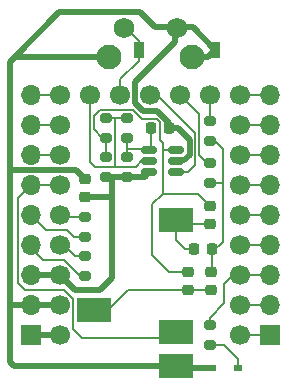
<source format=gbr>
%TF.GenerationSoftware,KiCad,Pcbnew,8.0.6*%
%TF.CreationDate,2025-12-05T01:10:29-07:00*%
%TF.ProjectId,pt_thrifty,70745f74-6872-4696-9674-792e6b696361,rev?*%
%TF.SameCoordinates,Original*%
%TF.FileFunction,Copper,L1,Top*%
%TF.FilePolarity,Positive*%
%FSLAX46Y46*%
G04 Gerber Fmt 4.6, Leading zero omitted, Abs format (unit mm)*
G04 Created by KiCad (PCBNEW 8.0.6) date 2025-12-05 01:10:29*
%MOMM*%
%LPD*%
G01*
G04 APERTURE LIST*
G04 Aperture macros list*
%AMRoundRect*
0 Rectangle with rounded corners*
0 $1 Rounding radius*
0 $2 $3 $4 $5 $6 $7 $8 $9 X,Y pos of 4 corners*
0 Add a 4 corners polygon primitive as box body*
4,1,4,$2,$3,$4,$5,$6,$7,$8,$9,$2,$3,0*
0 Add four circle primitives for the rounded corners*
1,1,$1+$1,$2,$3*
1,1,$1+$1,$4,$5*
1,1,$1+$1,$6,$7*
1,1,$1+$1,$8,$9*
0 Add four rect primitives between the rounded corners*
20,1,$1+$1,$2,$3,$4,$5,0*
20,1,$1+$1,$4,$5,$6,$7,0*
20,1,$1+$1,$6,$7,$8,$9,0*
20,1,$1+$1,$8,$9,$2,$3,0*%
G04 Aperture macros list end*
%TA.AperFunction,ComponentPad*%
%ADD10C,2.100000*%
%TD*%
%TA.AperFunction,ComponentPad*%
%ADD11C,1.750000*%
%TD*%
%TA.AperFunction,ComponentPad*%
%ADD12R,1.700000X1.700000*%
%TD*%
%TA.AperFunction,ComponentPad*%
%ADD13O,1.700000X1.700000*%
%TD*%
%TA.AperFunction,SMDPad,CuDef*%
%ADD14RoundRect,0.225000X0.250000X-0.225000X0.250000X0.225000X-0.250000X0.225000X-0.250000X-0.225000X0*%
%TD*%
%TA.AperFunction,SMDPad,CuDef*%
%ADD15RoundRect,0.200000X-0.275000X0.200000X-0.275000X-0.200000X0.275000X-0.200000X0.275000X0.200000X0*%
%TD*%
%TA.AperFunction,SMDPad,CuDef*%
%ADD16RoundRect,0.200000X0.275000X-0.200000X0.275000X0.200000X-0.275000X0.200000X-0.275000X-0.200000X0*%
%TD*%
%TA.AperFunction,SMDPad,CuDef*%
%ADD17RoundRect,0.225000X-0.225000X-0.250000X0.225000X-0.250000X0.225000X0.250000X-0.225000X0.250000X0*%
%TD*%
%TA.AperFunction,SMDPad,CuDef*%
%ADD18R,3.000000X2.000000*%
%TD*%
%TA.AperFunction,SMDPad,CuDef*%
%ADD19R,0.660400X0.609600*%
%TD*%
%TA.AperFunction,SMDPad,CuDef*%
%ADD20R,0.889000X1.397000*%
%TD*%
%TA.AperFunction,SMDPad,CuDef*%
%ADD21RoundRect,0.150000X0.512500X0.150000X-0.512500X0.150000X-0.512500X-0.150000X0.512500X-0.150000X0*%
%TD*%
%TA.AperFunction,ComponentPad*%
%ADD22C,1.700000*%
%TD*%
%TA.AperFunction,Conductor*%
%ADD23C,0.508000*%
%TD*%
%TA.AperFunction,Conductor*%
%ADD24C,0.152400*%
%TD*%
G04 APERTURE END LIST*
D10*
%TO.P,SW2,SH,B*%
%TO.N,GND*%
X143414999Y-73000400D03*
X136404999Y-73000400D03*
D11*
%TO.P,SW2,1,1*%
X142164999Y-70510400D03*
%TO.P,SW2,2,2*%
%TO.N,/KEYA*%
X137664999Y-70510400D03*
%TD*%
D12*
%TO.P,J1,1,Pin_1*%
%TO.N,Net-(J1-Pin_1)*%
X150050500Y-96520000D03*
D13*
%TO.P,J1,2,Pin_2*%
%TO.N,Net-(J1-Pin_2)*%
X150050500Y-93980000D03*
%TO.P,J1,3,Pin_3*%
%TO.N,/BLINK*%
X150050500Y-91440000D03*
%TO.P,J1,4,Pin_4*%
%TO.N,Net-(J1-Pin_4)*%
X150050500Y-88900000D03*
%TO.P,J1,5,Pin_5*%
%TO.N,Net-(J1-Pin_5)*%
X150050500Y-86360000D03*
%TO.P,J1,6,Pin_6*%
%TO.N,Net-(J1-Pin_6)*%
X150050500Y-83820000D03*
%TO.P,J1,7,Pin_7*%
%TO.N,Net-(J1-Pin_7)*%
X150050500Y-81280000D03*
%TO.P,J1,8,Pin_8*%
%TO.N,Net-(J1-Pin_8)*%
X150050500Y-78740000D03*
%TO.P,J1,9,Pin_9*%
%TO.N,Net-(J1-Pin_9)*%
X150050500Y-76200000D03*
%TD*%
D14*
%TO.P,C6,1*%
%TO.N,/IN_OUT_R*%
X145034000Y-92723000D03*
%TO.P,C6,2*%
%TO.N,Net-(C5-Pad2)*%
X145034000Y-91173000D03*
%TD*%
D15*
%TO.P,R8,1*%
%TO.N,Net-(U1-GPIO28)*%
X134366000Y-86551000D03*
%TO.P,R8,2*%
%TO.N,Net-(J2-Pin_5)*%
X134366000Y-88201000D03*
%TD*%
D14*
%TO.P,C4,1*%
%TO.N,+3.3V*%
X134366000Y-84849000D03*
%TO.P,C4,2*%
%TO.N,GND*%
X134366000Y-83299000D03*
%TD*%
D16*
%TO.P,R1,1*%
%TO.N,+3.3V*%
X136144000Y-83121000D03*
%TO.P,R1,2*%
%TO.N,/IN*%
X136144000Y-81471000D03*
%TD*%
D12*
%TO.P,J2,1,Pin_1*%
%TO.N,/VBUS*%
X129794000Y-96520000D03*
D13*
%TO.P,J2,2,Pin_2*%
%TO.N,GND*%
X129794000Y-93980000D03*
%TO.P,J2,3,Pin_3*%
%TO.N,+3.3V*%
X129794000Y-91440000D03*
%TO.P,J2,4,Pin_4*%
%TO.N,Net-(J2-Pin_4)*%
X129794000Y-88900000D03*
%TO.P,J2,5,Pin_5*%
%TO.N,Net-(J2-Pin_5)*%
X129794000Y-86360000D03*
%TO.P,J2,6,Pin_6*%
%TO.N,/DETECT*%
X129794000Y-83820000D03*
%TO.P,J2,7,Pin_7*%
%TO.N,Net-(J2-Pin_7)*%
X129794000Y-81280000D03*
%TO.P,J2,8,Pin_8*%
%TO.N,Net-(J2-Pin_8)*%
X129794000Y-78740000D03*
%TO.P,J2,9,Pin_9*%
%TO.N,Net-(J2-Pin_9)*%
X129794000Y-76200000D03*
%TD*%
D17*
%TO.P,C5,1*%
%TO.N,/IN_OUT_L*%
X143624000Y-89281000D03*
%TO.P,C5,2*%
%TO.N,Net-(C5-Pad2)*%
X145174000Y-89281000D03*
%TD*%
D14*
%TO.P,C1,1*%
%TO.N,/IN_OUT_L*%
X144970500Y-87135000D03*
%TO.P,C1,2*%
%TO.N,/IN*%
X144970500Y-85585000D03*
%TD*%
D18*
%TO.P,J3,1*%
%TO.N,GND*%
X142120500Y-99150000D03*
%TO.P,J3,2*%
%TO.N,/IN_OUT_L*%
X142120500Y-86750000D03*
%TO.P,J3,3*%
%TO.N,/IN_OUT_R*%
X135120500Y-94450000D03*
%TO.P,J3,4*%
%TO.N,/DETECT*%
X142120500Y-96250000D03*
%TD*%
D19*
%TO.P,LED1,1*%
%TO.N,GND*%
X145161000Y-99314000D03*
%TO.P,LED1,2*%
%TO.N,Net-(LED1-Pad2)*%
X147320000Y-99314000D03*
%TD*%
D14*
%TO.P,C2,1*%
%TO.N,/IN_OUT_R*%
X143129000Y-92723000D03*
%TO.P,C2,2*%
%TO.N,/IN*%
X143129000Y-91173000D03*
%TD*%
D16*
%TO.P,R3,1*%
%TO.N,+3.3V*%
X137922000Y-83121000D03*
%TO.P,R3,2*%
%TO.N,/VREF*%
X137922000Y-81471000D03*
%TD*%
D15*
%TO.P,R6,1*%
%TO.N,/nLTC_TX*%
X144970500Y-81979000D03*
%TO.P,R6,2*%
%TO.N,Net-(C5-Pad2)*%
X144970500Y-83629000D03*
%TD*%
%TO.P,R7,1*%
%TO.N,/BLINK*%
X144970500Y-95695000D03*
%TO.P,R7,2*%
%TO.N,Net-(LED1-Pad2)*%
X144970500Y-97345000D03*
%TD*%
%TO.P,R5,1*%
%TO.N,/LTC_TX*%
X144970500Y-78423000D03*
%TO.P,R5,2*%
%TO.N,Net-(C5-Pad2)*%
X144970500Y-80073000D03*
%TD*%
D17*
%TO.P,C3,1*%
%TO.N,/VREF*%
X139941000Y-78994000D03*
%TO.P,C3,2*%
%TO.N,GND*%
X141491000Y-78994000D03*
%TD*%
D20*
%TO.P,SW1,1,1*%
%TO.N,/KEYA*%
X138914998Y-72390000D03*
%TO.P,SW1,2,2*%
%TO.N,GND*%
X145415000Y-72390000D03*
%TD*%
D16*
%TO.P,R2,1*%
%TO.N,/IN*%
X136144000Y-79819000D03*
%TO.P,R2,2*%
%TO.N,/AMP_CS*%
X136144000Y-78169000D03*
%TD*%
D15*
%TO.P,R9,1*%
%TO.N,Net-(U1-GPIO29)*%
X134366000Y-89853000D03*
%TO.P,R9,2*%
%TO.N,Net-(J2-Pin_4)*%
X134366000Y-91503000D03*
%TD*%
D16*
%TO.P,R4,1*%
%TO.N,/VREF*%
X137922000Y-79819000D03*
%TO.P,R4,2*%
%TO.N,/AMP_CS*%
X137922000Y-78169000D03*
%TD*%
D21*
%TO.P,U2,1,VOUT*%
%TO.N,/LTX_RX*%
X142113000Y-82738000D03*
%TO.P,U2,2,VSS*%
%TO.N,GND*%
X142113000Y-81788000D03*
%TO.P,U2,3,VIN+*%
%TO.N,/IN*%
X142113000Y-80838000D03*
%TO.P,U2,4,VIN-*%
%TO.N,/VREF*%
X139838000Y-80838000D03*
%TO.P,U2,5,\u002ACS*%
%TO.N,/AMP_CS*%
X139838000Y-81788000D03*
%TO.P,U2,6,VDD*%
%TO.N,+3.3V*%
X139838000Y-82738000D03*
%TD*%
D22*
%TO.P,U1,1,GPIO0*%
%TO.N,Net-(J1-Pin_1)*%
X147510500Y-96520000D03*
%TO.P,U1,2,GPIO1*%
%TO.N,Net-(J1-Pin_2)*%
X147510500Y-93980000D03*
%TO.P,U1,3,GPIO2*%
%TO.N,/BLINK*%
X147510500Y-91440000D03*
%TO.P,U1,4,GPIO3*%
%TO.N,Net-(J1-Pin_4)*%
X147510500Y-88900000D03*
%TO.P,U1,5,GPIO4*%
%TO.N,Net-(J1-Pin_5)*%
X147510500Y-86360000D03*
%TO.P,U1,6,GPIO5*%
%TO.N,Net-(J1-Pin_6)*%
X147510500Y-83820000D03*
%TO.P,U1,7,GPIO6*%
%TO.N,Net-(J1-Pin_7)*%
X147510500Y-81280000D03*
%TO.P,U1,8,GPIO7*%
%TO.N,Net-(J1-Pin_8)*%
X147510500Y-78740000D03*
%TO.P,U1,9,GPIO8*%
%TO.N,Net-(J1-Pin_9)*%
X147510500Y-76200000D03*
%TO.P,U1,10,GPIO14*%
%TO.N,Net-(J2-Pin_9)*%
X132270500Y-76200000D03*
%TO.P,U1,11,GPIO15*%
%TO.N,Net-(J2-Pin_8)*%
X132270500Y-78740000D03*
%TO.P,U1,12,GPIO26*%
%TO.N,Net-(J2-Pin_7)*%
X132270500Y-81280000D03*
%TO.P,U1,13,GPIO27*%
%TO.N,/DETECT*%
X132270500Y-83820000D03*
%TO.P,U1,14,GPIO28*%
%TO.N,Net-(U1-GPIO28)*%
X132270500Y-86360000D03*
%TO.P,U1,15,GPIO29*%
%TO.N,Net-(U1-GPIO29)*%
X132270500Y-88900000D03*
%TO.P,U1,16,3V3*%
%TO.N,+3.3V*%
X132270500Y-91440000D03*
%TO.P,U1,17,GND*%
%TO.N,GND*%
X132270500Y-93980000D03*
%TO.P,U1,18,5V*%
%TO.N,/VBUS*%
X132270500Y-96520000D03*
%TO.P,U1,19,GPIO9*%
%TO.N,/LTC_TX*%
X144970500Y-76210000D03*
%TO.P,U1,20,GPIO10*%
%TO.N,/nLTC_TX*%
X142430500Y-76210000D03*
%TO.P,U1,21,GPIO11*%
%TO.N,/LTX_RX*%
X139890500Y-76210000D03*
%TO.P,U1,22,GPIO12*%
%TO.N,/KEYA*%
X137350500Y-76210000D03*
%TO.P,U1,23,GPIO13*%
%TO.N,/AMP_CS*%
X134810500Y-76210000D03*
%TD*%
D23*
%TO.N,GND*%
X144804600Y-73000400D02*
X145415000Y-72390000D01*
X143414999Y-73000400D02*
X144804600Y-73000400D01*
X128421600Y-73000400D02*
X128333500Y-73088500D01*
X136404999Y-73000400D02*
X128421600Y-73000400D01*
X128333500Y-73088500D02*
X132218400Y-69203600D01*
X128016000Y-73406000D02*
X128333500Y-73088500D01*
X140335000Y-70485000D02*
X142240000Y-70485000D01*
X138083174Y-69215000D02*
X139065000Y-69215000D01*
X138071774Y-69203600D02*
X138083174Y-69215000D01*
X132218400Y-69203600D02*
X138071774Y-69203600D01*
X139065000Y-69215000D02*
X140335000Y-70485000D01*
X128016000Y-93980000D02*
X128016000Y-73406000D01*
D24*
%TO.N,/KEYA*%
X138914998Y-71659998D02*
X138914998Y-72390000D01*
X137740000Y-70485000D02*
X138914998Y-71659998D01*
D23*
%TO.N,GND*%
X143510000Y-70485000D02*
X142041000Y-70485000D01*
X145415000Y-72390000D02*
X143510000Y-70485000D01*
X142041000Y-71700000D02*
X142041000Y-70485000D01*
X138634100Y-75106900D02*
X142041000Y-71700000D01*
X138634100Y-76912100D02*
X139319000Y-77597000D01*
X140509500Y-77597000D02*
X141491000Y-78578500D01*
X138634100Y-75106900D02*
X138634100Y-76912100D01*
X139319000Y-77597000D02*
X140509500Y-77597000D01*
X141491000Y-78578500D02*
X141491000Y-78994000D01*
D24*
%TO.N,/KEYA*%
X137350500Y-74866500D02*
X137350500Y-76210000D01*
X138914998Y-73302002D02*
X137350500Y-74866500D01*
X138914998Y-72390000D02*
X138914998Y-73302002D01*
D23*
%TO.N,GND*%
X129730500Y-93980000D02*
X128016000Y-93980000D01*
X143230600Y-79984600D02*
X142240000Y-78994000D01*
X128360000Y-99150000D02*
X142120500Y-99150000D01*
X144907000Y-99314000D02*
X142284500Y-99314000D01*
X128016000Y-82550000D02*
X133617000Y-82550000D01*
X132270500Y-93980000D02*
X129730500Y-93980000D01*
X142284500Y-99314000D02*
X142120500Y-99150000D01*
X128016000Y-93980000D02*
X128016000Y-98806000D01*
X142240000Y-78994000D02*
X141491000Y-78994000D01*
X128016000Y-98806000D02*
X128360000Y-99150000D01*
X141790000Y-81751300D02*
X142784700Y-81751300D01*
X143230600Y-81305400D02*
X143230600Y-79984600D01*
X133617000Y-82550000D02*
X134366000Y-83299000D01*
X142784700Y-81751300D02*
X143230600Y-81305400D01*
D24*
%TO.N,Net-(J1-Pin_9)*%
X147510500Y-76200000D02*
X150050500Y-76200000D01*
%TO.N,Net-(J1-Pin_8)*%
X150050500Y-78740000D02*
X147510500Y-78740000D01*
%TO.N,Net-(J1-Pin_6)*%
X147510500Y-83820000D02*
X150050500Y-83820000D01*
%TO.N,Net-(J1-Pin_5)*%
X150050500Y-86360000D02*
X147510500Y-86360000D01*
%TO.N,Net-(J1-Pin_2)*%
X147510500Y-93980000D02*
X150050500Y-93980000D01*
%TO.N,Net-(J1-Pin_4)*%
X147510500Y-88900000D02*
X150050500Y-88900000D01*
%TO.N,Net-(J1-Pin_7)*%
X147510500Y-81280000D02*
X150050500Y-81280000D01*
D23*
%TO.N,+3.3V*%
X135636000Y-92710000D02*
X133540500Y-92710000D01*
X139515000Y-82701300D02*
X139801300Y-82701300D01*
X139455000Y-83121000D02*
X136144000Y-83121000D01*
X134366000Y-84849000D02*
X134379000Y-84836000D01*
X136144000Y-83121000D02*
X136652000Y-83121000D01*
X136652000Y-83121000D02*
X136652000Y-91694000D01*
X136652000Y-91694000D02*
X135636000Y-92710000D01*
X133540500Y-92710000D02*
X132270500Y-91440000D01*
X139838000Y-82738000D02*
X139455000Y-83121000D01*
X129730500Y-91440000D02*
X130810000Y-91440000D01*
X130810000Y-91440000D02*
X132270500Y-91440000D01*
X134379000Y-84836000D02*
X136652000Y-84836000D01*
X139801300Y-82701300D02*
X139838000Y-82738000D01*
%TO.N,/VBUS*%
X132270500Y-96520000D02*
X129730500Y-96520000D01*
D24*
%TO.N,Net-(LED1-Pad2)*%
X144970500Y-97345000D02*
X146113000Y-97345000D01*
X146113000Y-97345000D02*
X147320000Y-98552000D01*
X147320000Y-98552000D02*
X147320000Y-99060000D01*
%TO.N,/IN*%
X138430000Y-77470000D02*
X139192000Y-78232000D01*
X140081000Y-85471000D02*
X140970000Y-84582000D01*
X140970000Y-80264000D02*
X140970000Y-80772000D01*
X140081000Y-89789000D02*
X140081000Y-85471000D01*
X136144000Y-79819000D02*
X135826000Y-79819000D01*
X140970000Y-84582000D02*
X143967500Y-84582000D01*
X135636000Y-77470000D02*
X138430000Y-77470000D01*
X143967500Y-84582000D02*
X144970500Y-85585000D01*
X135128000Y-79121000D02*
X135128000Y-77978000D01*
X141452000Y-91160000D02*
X140081000Y-89789000D01*
X140970000Y-80772000D02*
X140970000Y-84582000D01*
X142113000Y-80838000D02*
X141036000Y-80838000D01*
X136144000Y-79819000D02*
X136144000Y-81471000D01*
X141036000Y-80838000D02*
X140970000Y-80772000D01*
X135128000Y-77978000D02*
X135636000Y-77470000D01*
X139192000Y-78232000D02*
X140462000Y-78232000D01*
X140462000Y-78232000D02*
X140716000Y-78486000D01*
X135826000Y-79819000D02*
X135128000Y-79121000D01*
X140716000Y-78486000D02*
X140716000Y-80010000D01*
X140716000Y-80010000D02*
X140970000Y-80264000D01*
X142748000Y-91160000D02*
X141452000Y-91160000D01*
%TO.N,/VREF*%
X139904000Y-80772000D02*
X137922000Y-80772000D01*
X137922000Y-79819000D02*
X137922000Y-81471000D01*
X139941000Y-78994000D02*
X139941000Y-80735000D01*
X139941000Y-80735000D02*
X139904000Y-80772000D01*
%TO.N,/AMP_CS*%
X137922000Y-78169000D02*
X136652000Y-78169000D01*
X139515000Y-81751300D02*
X139228700Y-81751300D01*
X136906000Y-82296000D02*
X136906000Y-78169000D01*
X138684000Y-82296000D02*
X135255000Y-82296000D01*
X135255000Y-82296000D02*
X134810500Y-81851500D01*
X134810500Y-81851500D02*
X134810500Y-76210000D01*
X136398000Y-82296000D02*
X136906000Y-82296000D01*
X136906000Y-78169000D02*
X137922000Y-78169000D01*
X139228700Y-81751300D02*
X138684000Y-82296000D01*
%TO.N,/LTC_TX*%
X144970500Y-78423000D02*
X144970500Y-76210000D01*
%TO.N,/nLTC_TX*%
X144018000Y-77797500D02*
X144018000Y-81280000D01*
X144717000Y-81979000D02*
X144970500Y-81979000D01*
X142430500Y-76210000D02*
X144018000Y-77797500D01*
X144018000Y-81280000D02*
X144717000Y-81979000D01*
%TO.N,/LTX_RX*%
X143713200Y-82092800D02*
X143104700Y-82701300D01*
X140472000Y-76210000D02*
X143713200Y-79451200D01*
X143713200Y-79451200D02*
X143713200Y-82092800D01*
X139890500Y-76210000D02*
X140472000Y-76210000D01*
X143104700Y-82701300D02*
X141790000Y-82701300D01*
%TO.N,/DETECT*%
X134112000Y-96774000D02*
X133350000Y-96012000D01*
X133350000Y-93472000D02*
X132588000Y-92710000D01*
X128715400Y-92139400D02*
X128715400Y-84898600D01*
X132588000Y-92710000D02*
X129286000Y-92710000D01*
X129286000Y-92710000D02*
X128715400Y-92139400D01*
X128715400Y-84898600D02*
X129794000Y-83820000D01*
X133350000Y-96012000D02*
X133350000Y-93472000D01*
X132270500Y-83820000D02*
X129794000Y-83820000D01*
X142120500Y-96250000D02*
X141596500Y-96774000D01*
X141596500Y-96774000D02*
X134112000Y-96774000D01*
%TO.N,/BLINK*%
X146177000Y-93853000D02*
X144970500Y-95059500D01*
X150050500Y-91440000D02*
X147510500Y-91440000D01*
X147510500Y-91440000D02*
X146939000Y-91440000D01*
X144970500Y-95059500D02*
X144970500Y-95695000D01*
X146177000Y-92202000D02*
X146177000Y-93853000D01*
X146939000Y-91440000D02*
X146177000Y-92202000D01*
%TO.N,Net-(J1-Pin_1)*%
X147510500Y-96520000D02*
X150050500Y-96520000D01*
%TO.N,Net-(U1-GPIO28)*%
X132461500Y-86551000D02*
X133858000Y-86551000D01*
X133858000Y-86551000D02*
X134112000Y-86297000D01*
X132270500Y-86360000D02*
X132461500Y-86551000D01*
%TO.N,/IN_OUT_L*%
X142505500Y-87135000D02*
X142120500Y-86750000D01*
X142120500Y-88526500D02*
X142120500Y-86750000D01*
X143624000Y-89281000D02*
X142875000Y-89281000D01*
X142875000Y-89281000D02*
X142120500Y-88526500D01*
X144970500Y-87135000D02*
X142505500Y-87135000D01*
%TO.N,/IN_OUT_R*%
X138049000Y-92710000D02*
X136309000Y-94450000D01*
X143129000Y-92723000D02*
X145034000Y-92723000D01*
X142748000Y-92710000D02*
X138049000Y-92710000D01*
X136309000Y-94450000D02*
X135120500Y-94450000D01*
%TO.N,Net-(J2-Pin_5)*%
X134112000Y-88201000D02*
X133413000Y-88201000D01*
X131064000Y-87630000D02*
X129794000Y-86360000D01*
X132842000Y-87630000D02*
X131064000Y-87630000D01*
X133413000Y-88201000D02*
X132842000Y-87630000D01*
%TO.N,Net-(C5-Pad2)*%
X145351000Y-80073000D02*
X146050000Y-80772000D01*
X145161000Y-91046000D02*
X145021000Y-91186000D01*
X145987000Y-83629000D02*
X146050000Y-83566000D01*
X146050000Y-88646000D02*
X145161000Y-89535000D01*
X144970500Y-80073000D02*
X145351000Y-80073000D01*
X145161000Y-89535000D02*
X145161000Y-91046000D01*
X146050000Y-80772000D02*
X146050000Y-83566000D01*
X144970500Y-83629000D02*
X145987000Y-83629000D01*
X146050000Y-83566000D02*
X146050000Y-88646000D01*
%TO.N,Net-(J2-Pin_8)*%
X129794000Y-78740000D02*
X132270500Y-78740000D01*
%TO.N,Net-(J2-Pin_7)*%
X132270500Y-81280000D02*
X129794000Y-81280000D01*
%TO.N,Net-(J2-Pin_4)*%
X129794000Y-89154000D02*
X129794000Y-88900000D01*
X132588000Y-90170000D02*
X130810000Y-90170000D01*
X133921000Y-91503000D02*
X132588000Y-90170000D01*
X134366000Y-91503000D02*
X133921000Y-91503000D01*
X130810000Y-90170000D02*
X129794000Y-89154000D01*
%TO.N,Net-(U1-GPIO29)*%
X133541000Y-89853000D02*
X134366000Y-89853000D01*
X132270500Y-88900000D02*
X132588000Y-88900000D01*
X132588000Y-88900000D02*
X133541000Y-89853000D01*
%TO.N,Net-(J2-Pin_9)*%
X129794000Y-76200000D02*
X132270500Y-76200000D01*
%TD*%
M02*

</source>
